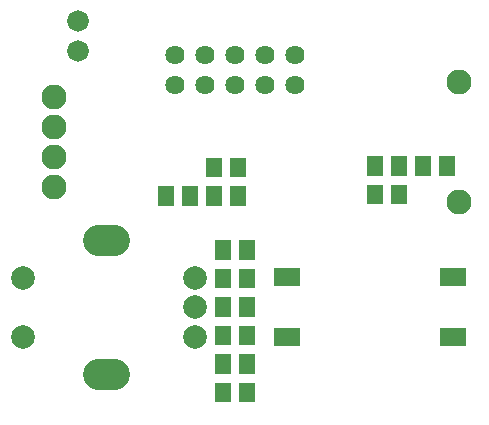
<source format=gts>
G04 Layer: TopSolderMaskLayer*
G04 EasyEDA v6.4.25, 2021-09-29T14:29:20--7:00*
G04 244c92b091364e338979e04f780342ec,1c607ed5ed934db7a0414c4b005609ca,10*
G04 Gerber Generator version 0.2*
G04 Scale: 100 percent, Rotated: No, Reflected: No *
G04 Dimensions in inches *
G04 leading zeros omitted , absolute positions ,3 integer and 6 decimal *
%FSLAX36Y36*%
%MOIN*%

%ADD18C,0.0640*%
%ADD23C,0.1025*%
%ADD24C,0.0828*%
%ADD26C,0.0720*%
%ADD27C,0.0789*%

%LPD*%
D23*
X367601Y-1254409D02*
G01*
X422718Y-1254409D01*
X367601Y-805590D02*
G01*
X422718Y-805590D01*
D18*
G01*
X1025000Y-290000D03*
G01*
X1025000Y-190000D03*
G01*
X925000Y-290000D03*
G01*
X925000Y-190000D03*
G01*
X825000Y-290000D03*
G01*
X825000Y-190000D03*
G01*
X725000Y-290000D03*
G01*
X725000Y-190000D03*
G01*
X625000Y-290000D03*
G01*
X625000Y-190000D03*
D24*
G01*
X220000Y-330000D03*
G01*
X220000Y-430000D03*
G01*
X220000Y-530000D03*
G01*
X220000Y-630000D03*
G01*
X1570000Y-280000D03*
G01*
X1570000Y-680000D03*
G36*
X1343199Y-592600D02*
G01*
X1343199Y-527500D01*
X1396800Y-527500D01*
X1396800Y-592600D01*
G37*
G36*
X1263199Y-592600D02*
G01*
X1263199Y-527500D01*
X1316800Y-527500D01*
X1316800Y-592600D01*
G37*
G36*
X838199Y-872500D02*
G01*
X838199Y-807500D01*
X891800Y-807500D01*
X891800Y-872500D01*
G37*
G36*
X758199Y-872500D02*
G01*
X758199Y-807500D01*
X811800Y-807500D01*
X811800Y-872500D01*
G37*
G36*
X838199Y-1347600D02*
G01*
X838199Y-1282500D01*
X891800Y-1282500D01*
X891800Y-1347600D01*
G37*
G36*
X758199Y-1347600D02*
G01*
X758199Y-1282500D01*
X811800Y-1282500D01*
X811800Y-1347600D01*
G37*
G36*
X648199Y-692600D02*
G01*
X648199Y-627500D01*
X701800Y-627500D01*
X701800Y-692600D01*
G37*
G36*
X568199Y-692600D02*
G01*
X568199Y-627500D01*
X621800Y-627500D01*
X621800Y-692600D01*
G37*
D26*
G01*
X300000Y-75000D03*
G01*
X300000Y-175000D03*
G36*
X1343199Y-687500D02*
G01*
X1343199Y-622500D01*
X1396800Y-622500D01*
X1396800Y-687500D01*
G37*
G36*
X1263199Y-687500D02*
G01*
X1263199Y-622500D01*
X1316800Y-622500D01*
X1316800Y-687500D01*
G37*
G36*
X808199Y-597500D02*
G01*
X808199Y-532500D01*
X861800Y-532500D01*
X861800Y-597500D01*
G37*
G36*
X728199Y-597500D02*
G01*
X728199Y-532500D01*
X781800Y-532500D01*
X781800Y-597500D01*
G37*
G36*
X758199Y-1062500D02*
G01*
X758199Y-997500D01*
X811800Y-997500D01*
X811800Y-1062500D01*
G37*
G36*
X838199Y-1062500D02*
G01*
X838199Y-997500D01*
X891800Y-997500D01*
X891800Y-1062500D01*
G37*
G36*
X758199Y-1157500D02*
G01*
X758199Y-1092500D01*
X811800Y-1092500D01*
X811800Y-1157500D01*
G37*
G36*
X838199Y-1157500D02*
G01*
X838199Y-1092500D01*
X891800Y-1092500D01*
X891800Y-1157500D01*
G37*
G36*
X728199Y-692500D02*
G01*
X728199Y-627500D01*
X781800Y-627500D01*
X781800Y-692500D01*
G37*
G36*
X808199Y-692500D02*
G01*
X808199Y-627500D01*
X861800Y-627500D01*
X861800Y-692500D01*
G37*
G36*
X1423199Y-592500D02*
G01*
X1423199Y-527500D01*
X1476800Y-527500D01*
X1476800Y-592500D01*
G37*
G36*
X1503199Y-592500D02*
G01*
X1503199Y-527500D01*
X1556800Y-527500D01*
X1556800Y-592500D01*
G37*
G36*
X838199Y-1252500D02*
G01*
X838199Y-1187500D01*
X891800Y-1187500D01*
X891800Y-1252500D01*
G37*
G36*
X758199Y-1252500D02*
G01*
X758199Y-1187500D01*
X811800Y-1187500D01*
X811800Y-1252500D01*
G37*
G36*
X758199Y-967500D02*
G01*
X758199Y-902500D01*
X811800Y-902500D01*
X811800Y-967500D01*
G37*
G36*
X838199Y-967500D02*
G01*
X838199Y-902500D01*
X891800Y-902500D01*
X891800Y-967500D01*
G37*
D27*
G01*
X119569Y-1128420D03*
G01*
X119569Y-931570D03*
G01*
X690429Y-1128420D03*
G01*
X690429Y-1030000D03*
G01*
X690429Y-931570D03*
G36*
X1507200Y-1159600D02*
G01*
X1507200Y-1100399D01*
X1593999Y-1100399D01*
X1593999Y-1159600D01*
G37*
G36*
X956000Y-1159600D02*
G01*
X956000Y-1100399D01*
X1042799Y-1100399D01*
X1042799Y-1159600D01*
G37*
G36*
X1507200Y-959600D02*
G01*
X1507200Y-900399D01*
X1593999Y-900399D01*
X1593999Y-959600D01*
G37*
G36*
X956000Y-959600D02*
G01*
X956000Y-900399D01*
X1042799Y-900399D01*
X1042799Y-959600D01*
G37*
M02*

</source>
